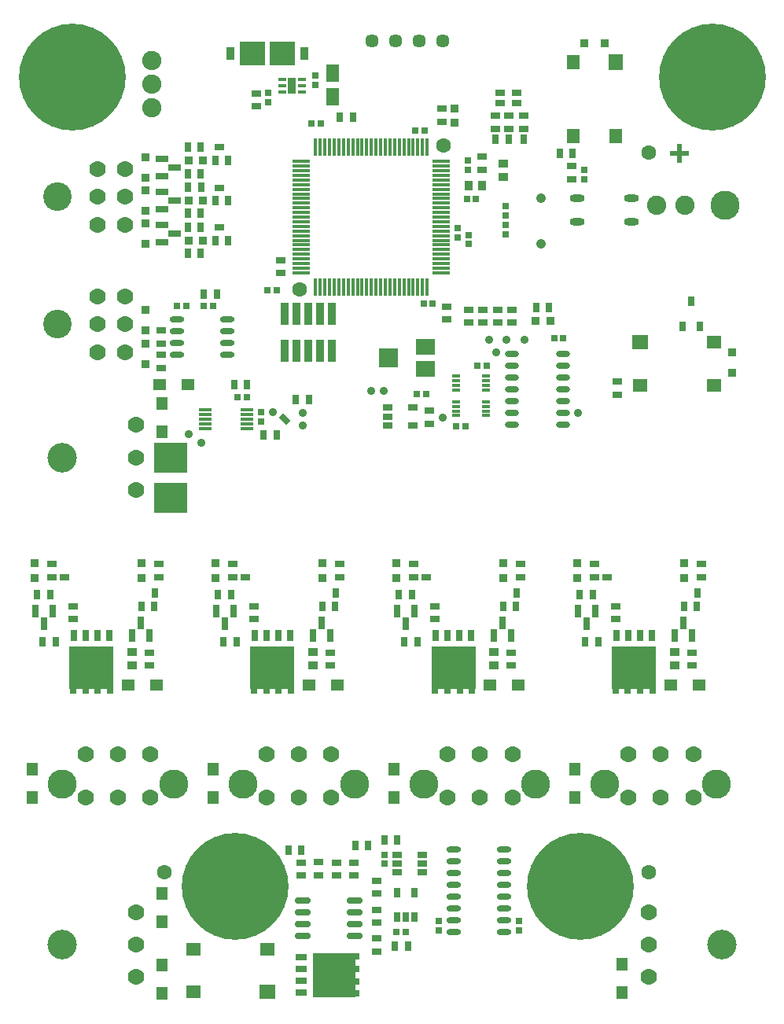
<source format=gts>
G04 Layer_Color=8388736*
%FSLAX25Y25*%
%MOIN*%
G70*
G01*
G75*
%ADD84R,0.07874X0.02362*%
%ADD85R,0.02362X0.07874*%
%ADD86R,0.04331X0.02756*%
%ADD87R,0.02756X0.04331*%
G04:AMPARAMS|DCode=88|XSize=43.31mil|YSize=27.56mil|CornerRadius=0mil|HoleSize=0mil|Usage=FLASHONLY|Rotation=315.000|XOffset=0mil|YOffset=0mil|HoleType=Round|Shape=Rectangle|*
%AMROTATEDRECTD88*
4,1,4,-0.02506,0.00557,-0.00557,0.02506,0.02506,-0.00557,0.00557,-0.02506,-0.02506,0.00557,0.0*
%
%ADD88ROTATEDRECTD88*%

%ADD89C,0.06299*%
%ADD90C,0.03450*%
%ADD91R,0.08174X0.06599*%
%ADD92R,0.08174X0.08174*%
%ADD93R,0.04434X0.02859*%
%ADD94R,0.03300X0.05300*%
%ADD95R,0.10812X0.10300*%
%ADD96R,0.03843X0.03056*%
%ADD97R,0.03056X0.03843*%
%ADD98R,0.04434X0.02662*%
%ADD99O,0.03450X0.01481*%
%ADD100O,0.06009X0.02662*%
%ADD101R,0.06402X0.05812*%
%ADD102R,0.06890X0.06299*%
%ADD103R,0.02662X0.02662*%
%ADD104O,0.06796X0.02859*%
%ADD105O,0.05615X0.01481*%
%ADD106O,0.07387X0.01481*%
%ADD107O,0.01481X0.07387*%
%ADD108R,0.03804X0.06599*%
%ADD109R,0.03450X0.01481*%
%ADD110O,0.06205X0.02662*%
%ADD111R,0.05812X0.06402*%
%ADD112R,0.06299X0.06890*%
%ADD113R,0.13883X0.12702*%
%ADD114R,0.02859X0.05221*%
%ADD115R,0.05221X0.02859*%
%ADD116R,0.03292X0.09749*%
%ADD117R,0.04316X0.03331*%
%ADD118R,0.03331X0.04316*%
%ADD119R,0.05024X0.05221*%
%ADD120R,0.05221X0.05024*%
%ADD121R,0.02662X0.02662*%
%ADD122R,0.05221X0.07583*%
%ADD123R,0.02662X0.04434*%
%ADD124R,0.04237X0.02662*%
%ADD125O,0.06402X0.03056*%
%ADD126R,0.02662X0.04040*%
%ADD127R,0.02859X0.05024*%
%ADD128R,0.03068X0.02269*%
%ADD129R,0.05024X0.02859*%
%ADD130R,0.02269X0.03068*%
%ADD131R,0.03450X0.03450*%
%ADD132R,0.03450X0.03450*%
%ADD133R,0.18804X0.18016*%
%ADD134R,0.18016X0.18804*%
%ADD135C,0.12300*%
%ADD136C,0.06993*%
%ADD137C,0.08174*%
%ADD138C,0.12505*%
%ADD139C,0.12111*%
%ADD140C,0.05700*%
%ADD141C,0.04237*%
%ADD142C,0.45276*%
D84*
X515256Y447146D02*
D03*
D85*
D03*
D86*
X320374Y449606D02*
D03*
Y432579D02*
D03*
Y415748D02*
D03*
X484719Y267323D02*
D03*
X408045D02*
D03*
X331372D02*
D03*
X254699D02*
D03*
D87*
X437205Y452952D02*
D03*
X442913D02*
D03*
X449213D02*
D03*
X522933Y260605D02*
D03*
X446260D02*
D03*
X369587D02*
D03*
X292913D02*
D03*
D88*
X348140Y334547D02*
D03*
D89*
X502268Y142520D02*
D03*
X297047D02*
D03*
X502268Y447342D02*
D03*
X354232Y389567D02*
D03*
X415256Y450591D02*
D03*
D90*
X434646Y368110D02*
D03*
X414963Y334941D02*
D03*
X442028Y368111D02*
D03*
X472442Y337008D02*
D03*
X437794Y362697D02*
D03*
X449803Y368111D02*
D03*
X355709Y337107D02*
D03*
Y331791D02*
D03*
X342976Y337500D02*
D03*
X390059Y346259D02*
D03*
X384743Y346259D02*
D03*
X307282Y328151D02*
D03*
X312598Y324551D02*
D03*
D91*
X407678Y355906D02*
D03*
Y365158D02*
D03*
D92*
X391929Y360532D02*
D03*
D93*
X439450Y472836D02*
D03*
Y468308D02*
D03*
X446340Y472836D02*
D03*
Y468308D02*
D03*
D94*
X356297Y489568D02*
D03*
X325001Y489567D02*
D03*
D95*
X347047Y489568D02*
D03*
X334251Y489567D02*
D03*
D96*
X409450Y337990D02*
D03*
Y332478D02*
D03*
X469784Y441729D02*
D03*
Y436218D02*
D03*
X488878Y350394D02*
D03*
Y344882D02*
D03*
X290616Y230020D02*
D03*
Y235531D02*
D03*
X367289Y230020D02*
D03*
Y235531D02*
D03*
X443963Y230020D02*
D03*
Y235531D02*
D03*
X520636Y230020D02*
D03*
Y235531D02*
D03*
X258169Y249726D02*
D03*
Y255238D02*
D03*
X334843Y249726D02*
D03*
Y255238D02*
D03*
X411516Y249726D02*
D03*
Y255238D02*
D03*
X488189Y249726D02*
D03*
Y255238D02*
D03*
X294488Y267520D02*
D03*
Y273031D02*
D03*
X371162Y267520D02*
D03*
Y273031D02*
D03*
X447835Y267520D02*
D03*
Y273031D02*
D03*
X524508Y267520D02*
D03*
Y273031D02*
D03*
X249311Y273031D02*
D03*
Y267520D02*
D03*
X325984Y273031D02*
D03*
Y267520D02*
D03*
X402658Y273031D02*
D03*
Y267520D02*
D03*
X479331Y273031D02*
D03*
Y267520D02*
D03*
X449214Y463091D02*
D03*
Y457579D02*
D03*
X442913Y463091D02*
D03*
Y457579D02*
D03*
X437204Y463091D02*
D03*
Y457579D02*
D03*
X414566Y460532D02*
D03*
Y466043D02*
D03*
X387049Y114370D02*
D03*
Y108858D02*
D03*
X387049Y121064D02*
D03*
Y126576D02*
D03*
X369884Y146555D02*
D03*
Y141043D02*
D03*
X377365Y146457D02*
D03*
Y140945D02*
D03*
X354921Y146573D02*
D03*
Y141061D02*
D03*
X295553Y356098D02*
D03*
Y361610D02*
D03*
Y366532D02*
D03*
Y372044D02*
D03*
X431501Y445766D02*
D03*
Y440254D02*
D03*
X346361Y396260D02*
D03*
Y401772D02*
D03*
X416580Y376670D02*
D03*
Y382182D02*
D03*
X335884Y467027D02*
D03*
Y472538D02*
D03*
X387049Y133270D02*
D03*
Y138781D02*
D03*
X362403Y146653D02*
D03*
Y141142D02*
D03*
X444291Y380906D02*
D03*
Y375394D02*
D03*
X438189Y380906D02*
D03*
Y375394D02*
D03*
X432087Y380906D02*
D03*
Y375394D02*
D03*
X425984Y380906D02*
D03*
Y375394D02*
D03*
D97*
X460039Y381595D02*
D03*
X454528D02*
D03*
X245374Y240059D02*
D03*
X250886D02*
D03*
X322047D02*
D03*
X327559D02*
D03*
X398721D02*
D03*
X404232D02*
D03*
X475394D02*
D03*
X480906D02*
D03*
X287205Y255217D02*
D03*
X292717D02*
D03*
X363878D02*
D03*
X369390D02*
D03*
X440551D02*
D03*
X446063D02*
D03*
X517224D02*
D03*
X522736D02*
D03*
X243110Y260237D02*
D03*
X248622D02*
D03*
X319783D02*
D03*
X325295D02*
D03*
X396457D02*
D03*
X401969D02*
D03*
X473130D02*
D03*
X478642D02*
D03*
X344649Y327617D02*
D03*
X339137D02*
D03*
X306972Y404722D02*
D03*
X312483D02*
D03*
X306972Y415748D02*
D03*
X312483D02*
D03*
X306972Y421652D02*
D03*
X312483D02*
D03*
X306988Y432677D02*
D03*
X312500D02*
D03*
X355020Y151870D02*
D03*
X349508D02*
D03*
X306972Y438581D02*
D03*
X312483D02*
D03*
X306972Y449606D02*
D03*
X312483D02*
D03*
X470138Y447045D02*
D03*
X464626D02*
D03*
X326575Y348964D02*
D03*
X332087D02*
D03*
X376976Y462508D02*
D03*
X371465D02*
D03*
X319291Y387403D02*
D03*
X313779D02*
D03*
X400197Y110925D02*
D03*
X394685D02*
D03*
X377852Y153660D02*
D03*
X383364D02*
D03*
X395669Y156102D02*
D03*
X390158D02*
D03*
X324098Y444095D02*
D03*
X318587D02*
D03*
X324098Y427165D02*
D03*
X318587D02*
D03*
X324098Y410236D02*
D03*
X318587D02*
D03*
X352658Y342620D02*
D03*
X358169D02*
D03*
D98*
X402461Y339270D02*
D03*
Y331789D02*
D03*
X391634D02*
D03*
Y335529D02*
D03*
Y339270D02*
D03*
D99*
X420660Y341846D02*
D03*
Y339877D02*
D03*
Y337909D02*
D03*
Y335940D02*
D03*
X433258Y341846D02*
D03*
Y339877D02*
D03*
Y337909D02*
D03*
Y335940D02*
D03*
X433268Y346768D02*
D03*
Y348737D02*
D03*
Y350705D02*
D03*
Y352674D02*
D03*
X420669Y346768D02*
D03*
Y348737D02*
D03*
Y350705D02*
D03*
Y352674D02*
D03*
D100*
X444390Y362047D02*
D03*
Y357047D02*
D03*
Y352047D02*
D03*
Y347047D02*
D03*
Y342047D02*
D03*
Y337047D02*
D03*
Y332047D02*
D03*
X465846Y362047D02*
D03*
Y357047D02*
D03*
Y352047D02*
D03*
Y347047D02*
D03*
Y342047D02*
D03*
Y337047D02*
D03*
Y332047D02*
D03*
D101*
X498524Y348819D02*
D03*
X529823D02*
D03*
Y366929D02*
D03*
X340748Y109744D02*
D03*
X309449D02*
D03*
Y91634D02*
D03*
D102*
X498524Y366929D02*
D03*
X340748Y91634D02*
D03*
D103*
X403929Y344979D02*
D03*
X407866D02*
D03*
X420768Y331412D02*
D03*
X424705D02*
D03*
X433563Y357202D02*
D03*
X429626D02*
D03*
X466142Y368840D02*
D03*
X462205D02*
D03*
X332087Y343845D02*
D03*
X328150D02*
D03*
X410772Y383265D02*
D03*
X406835D02*
D03*
X344488Y389021D02*
D03*
X340551D02*
D03*
X359350Y459646D02*
D03*
X363287D02*
D03*
X403291Y456889D02*
D03*
X407228D02*
D03*
X429134Y427752D02*
D03*
X425197D02*
D03*
X313622Y382284D02*
D03*
X317559D02*
D03*
X302362D02*
D03*
X306299D02*
D03*
X395276Y116930D02*
D03*
X399213D02*
D03*
D104*
X355552Y130552D02*
D03*
Y125552D02*
D03*
Y120552D02*
D03*
Y115552D02*
D03*
X377796Y130552D02*
D03*
Y125552D02*
D03*
Y120552D02*
D03*
Y115552D02*
D03*
D105*
X331852Y330458D02*
D03*
Y332426D02*
D03*
Y334395D02*
D03*
Y336363D02*
D03*
Y338332D02*
D03*
X314333Y330458D02*
D03*
Y332426D02*
D03*
Y334395D02*
D03*
Y336363D02*
D03*
Y338332D02*
D03*
D106*
X414468Y396455D02*
D03*
Y398423D02*
D03*
Y400392D02*
D03*
Y402360D02*
D03*
Y404329D02*
D03*
Y406297D02*
D03*
Y408266D02*
D03*
Y410234D02*
D03*
Y412203D02*
D03*
Y414171D02*
D03*
Y416140D02*
D03*
Y418108D02*
D03*
Y420077D02*
D03*
Y422045D02*
D03*
Y424014D02*
D03*
Y425982D02*
D03*
Y427951D02*
D03*
Y429919D02*
D03*
Y431888D02*
D03*
Y433856D02*
D03*
Y435825D02*
D03*
Y437793D02*
D03*
Y439762D02*
D03*
Y441730D02*
D03*
Y443699D02*
D03*
X355020D02*
D03*
Y441730D02*
D03*
Y439762D02*
D03*
Y437793D02*
D03*
Y435825D02*
D03*
Y433856D02*
D03*
Y431888D02*
D03*
Y429919D02*
D03*
Y427951D02*
D03*
Y425982D02*
D03*
Y424014D02*
D03*
Y422045D02*
D03*
Y420077D02*
D03*
Y418108D02*
D03*
Y416140D02*
D03*
Y414171D02*
D03*
Y412203D02*
D03*
Y410234D02*
D03*
Y408266D02*
D03*
Y406297D02*
D03*
Y404329D02*
D03*
Y402360D02*
D03*
Y400392D02*
D03*
Y398423D02*
D03*
Y396455D02*
D03*
D107*
X408366Y449801D02*
D03*
X406398D02*
D03*
X404429D02*
D03*
X402461D02*
D03*
X400492D02*
D03*
X398524D02*
D03*
X396555D02*
D03*
X394587D02*
D03*
X392618D02*
D03*
X390650D02*
D03*
X388681D02*
D03*
X386713D02*
D03*
X384744D02*
D03*
X382776D02*
D03*
X380807D02*
D03*
X378839D02*
D03*
X376870D02*
D03*
X374902D02*
D03*
X372933D02*
D03*
X370965D02*
D03*
X368996D02*
D03*
X367028D02*
D03*
X365059D02*
D03*
X363090D02*
D03*
X361122D02*
D03*
Y390352D02*
D03*
X363090D02*
D03*
X365059D02*
D03*
X367028D02*
D03*
X368996D02*
D03*
X370965D02*
D03*
X372933D02*
D03*
X374902D02*
D03*
X376870D02*
D03*
X378839D02*
D03*
X380807D02*
D03*
X382776D02*
D03*
X384744D02*
D03*
X386713D02*
D03*
X388681D02*
D03*
X390650D02*
D03*
X392618D02*
D03*
X394587D02*
D03*
X396555D02*
D03*
X398524D02*
D03*
X400492D02*
D03*
X402461D02*
D03*
X404429D02*
D03*
X406398D02*
D03*
X408366D02*
D03*
D108*
X351063Y475787D02*
D03*
D109*
X346949Y478346D02*
D03*
Y475787D02*
D03*
Y473228D02*
D03*
X355177Y478346D02*
D03*
Y475787D02*
D03*
Y473228D02*
D03*
D110*
X302362Y376791D02*
D03*
Y371791D02*
D03*
Y366791D02*
D03*
Y361791D02*
D03*
X323622Y376791D02*
D03*
Y371791D02*
D03*
Y366791D02*
D03*
Y361791D02*
D03*
X440945Y117244D02*
D03*
Y122244D02*
D03*
Y127244D02*
D03*
Y132244D02*
D03*
Y137244D02*
D03*
Y142244D02*
D03*
Y147244D02*
D03*
Y152244D02*
D03*
X419685Y117244D02*
D03*
Y122244D02*
D03*
Y127244D02*
D03*
Y132244D02*
D03*
Y137244D02*
D03*
Y142244D02*
D03*
Y147244D02*
D03*
Y152244D02*
D03*
D111*
X470276Y485827D02*
D03*
Y454528D02*
D03*
X488386D02*
D03*
D112*
Y485827D02*
D03*
D113*
X299666Y318209D02*
D03*
Y301083D02*
D03*
D114*
X287008Y248030D02*
D03*
X290748Y242716D02*
D03*
X283268D02*
D03*
X363681Y248030D02*
D03*
X367421Y242716D02*
D03*
X359941D02*
D03*
X440354Y248030D02*
D03*
X444095Y242716D02*
D03*
X436614D02*
D03*
X517028Y248030D02*
D03*
X520768Y242716D02*
D03*
X513287D02*
D03*
X245965Y247736D02*
D03*
X242224Y253051D02*
D03*
X249705D02*
D03*
X322638Y247736D02*
D03*
X318898Y253051D02*
D03*
X326378D02*
D03*
X399311Y247736D02*
D03*
X395571Y253051D02*
D03*
X403051D02*
D03*
X475984Y247736D02*
D03*
X472244Y253051D02*
D03*
X479724D02*
D03*
D115*
X301262Y413091D02*
D03*
X295947Y409350D02*
D03*
Y416831D02*
D03*
X301262Y427068D02*
D03*
X295947Y423328D02*
D03*
Y430808D02*
D03*
X301262Y441045D02*
D03*
X295947Y437305D02*
D03*
Y444785D02*
D03*
D116*
X367933Y378937D02*
D03*
Y363583D02*
D03*
X362933Y378937D02*
D03*
Y363583D02*
D03*
X357933Y378937D02*
D03*
Y363583D02*
D03*
X352933Y378937D02*
D03*
Y363583D02*
D03*
X347933Y378937D02*
D03*
Y363583D02*
D03*
D117*
X283430Y235728D02*
D03*
Y230098D02*
D03*
X360103Y235728D02*
D03*
Y230098D02*
D03*
X436777Y235728D02*
D03*
Y230098D02*
D03*
X513450Y235728D02*
D03*
Y230098D02*
D03*
X440551Y437146D02*
D03*
Y442776D02*
D03*
D118*
X426024Y433462D02*
D03*
X431653D02*
D03*
D119*
X240944Y174213D02*
D03*
Y186221D02*
D03*
X317617Y174213D02*
D03*
Y186221D02*
D03*
X394290Y174213D02*
D03*
Y186221D02*
D03*
X470964Y174213D02*
D03*
Y186221D02*
D03*
X490945Y91339D02*
D03*
Y103347D02*
D03*
X296064Y133366D02*
D03*
Y121358D02*
D03*
X296063Y91043D02*
D03*
Y103051D02*
D03*
X296123Y341044D02*
D03*
Y329036D02*
D03*
D120*
X293603Y221674D02*
D03*
X281595D02*
D03*
X370340D02*
D03*
X358332D02*
D03*
X447013D02*
D03*
X435005D02*
D03*
X523686D02*
D03*
X511678D02*
D03*
X306851Y349018D02*
D03*
X294844D02*
D03*
D121*
X441777Y424802D02*
D03*
Y420865D02*
D03*
X441777Y412793D02*
D03*
Y416730D02*
D03*
X425496Y440118D02*
D03*
Y444055D02*
D03*
X421457Y415453D02*
D03*
Y411516D02*
D03*
X425990Y408642D02*
D03*
Y412579D02*
D03*
X341003Y472736D02*
D03*
Y468799D02*
D03*
X474904Y440059D02*
D03*
Y436122D02*
D03*
X338054Y337362D02*
D03*
Y333425D02*
D03*
X361123Y476083D02*
D03*
Y480020D02*
D03*
X447343Y117815D02*
D03*
Y121752D02*
D03*
X413286Y117913D02*
D03*
Y121850D02*
D03*
X390355Y149902D02*
D03*
Y145965D02*
D03*
D122*
X368211Y481004D02*
D03*
Y470965D02*
D03*
D123*
X395669Y133760D02*
D03*
X403150D02*
D03*
Y123327D02*
D03*
X399410D02*
D03*
X395669D02*
D03*
D124*
X395573Y149802D02*
D03*
Y146062D02*
D03*
Y142322D02*
D03*
X406400D02*
D03*
Y146062D02*
D03*
Y149802D02*
D03*
D125*
X472048Y428225D02*
D03*
Y418224D02*
D03*
X494883Y428225D02*
D03*
Y418224D02*
D03*
D126*
X520374Y384548D02*
D03*
X524114Y373722D02*
D03*
X516634D02*
D03*
D127*
X258642Y242836D02*
D03*
X263642D02*
D03*
X268642D02*
D03*
X273642D02*
D03*
X350315D02*
D03*
X345315D02*
D03*
X340315D02*
D03*
X335315D02*
D03*
X412051D02*
D03*
X417051D02*
D03*
X422051D02*
D03*
X427051D02*
D03*
X503563D02*
D03*
X498563D02*
D03*
X493563D02*
D03*
X488563D02*
D03*
D128*
X258272Y219214D02*
D03*
X263520D02*
D03*
X268764D02*
D03*
X274012D02*
D03*
X350685D02*
D03*
X345437D02*
D03*
X340193D02*
D03*
X334945D02*
D03*
X411681D02*
D03*
X416929D02*
D03*
X422173D02*
D03*
X427421D02*
D03*
X503933D02*
D03*
X498685D02*
D03*
X493441D02*
D03*
X488193D02*
D03*
D129*
X355118Y91319D02*
D03*
Y96319D02*
D03*
Y101319D02*
D03*
Y106319D02*
D03*
D130*
X378740Y90949D02*
D03*
Y96197D02*
D03*
Y101441D02*
D03*
Y106689D02*
D03*
D131*
X454331Y376083D02*
D03*
X460630D02*
D03*
X313468Y410235D02*
D03*
X307168D02*
D03*
Y427164D02*
D03*
X313468D02*
D03*
Y444095D02*
D03*
X307168D02*
D03*
X475000Y493643D02*
D03*
X483661D02*
D03*
D132*
X287204Y267126D02*
D03*
Y273425D02*
D03*
X363877D02*
D03*
Y267126D02*
D03*
X440550D02*
D03*
Y273425D02*
D03*
X517223D02*
D03*
Y267126D02*
D03*
X242016D02*
D03*
Y273425D02*
D03*
X318689D02*
D03*
Y267126D02*
D03*
X395362D02*
D03*
Y273425D02*
D03*
X472035D02*
D03*
Y267126D02*
D03*
X420079Y459941D02*
D03*
Y466240D02*
D03*
X537639Y353937D02*
D03*
Y362598D02*
D03*
X289017Y436715D02*
D03*
Y445376D02*
D03*
Y431399D02*
D03*
Y422737D02*
D03*
Y357874D02*
D03*
Y366535D02*
D03*
Y417421D02*
D03*
Y408760D02*
D03*
Y380709D02*
D03*
Y372047D02*
D03*
D133*
X266136Y229056D02*
D03*
X342815D02*
D03*
X419545D02*
D03*
X496057D02*
D03*
D134*
X368898Y98819D02*
D03*
D135*
X377658Y179823D02*
D03*
X330413D02*
D03*
X300984D02*
D03*
X253740D02*
D03*
X454331D02*
D03*
X407087D02*
D03*
X531004D02*
D03*
X483760D02*
D03*
X534547Y425197D02*
D03*
D136*
X367815Y174232D02*
D03*
X354035D02*
D03*
X340256D02*
D03*
X367815Y192342D02*
D03*
X354035D02*
D03*
X340256D02*
D03*
X291142Y174232D02*
D03*
X277362D02*
D03*
X263583D02*
D03*
X291142Y192342D02*
D03*
X277362D02*
D03*
X263583D02*
D03*
X444488Y174232D02*
D03*
X430709D02*
D03*
X416929D02*
D03*
X444488Y192342D02*
D03*
X430709D02*
D03*
X416929D02*
D03*
X521162Y174232D02*
D03*
X507382D02*
D03*
X493603D02*
D03*
X521162Y192342D02*
D03*
X507382D02*
D03*
X493603D02*
D03*
X502224Y125591D02*
D03*
Y111811D02*
D03*
Y98032D02*
D03*
X284882Y98031D02*
D03*
Y111811D02*
D03*
Y125591D02*
D03*
X268602Y374705D02*
D03*
Y362894D02*
D03*
Y386516D02*
D03*
X280413D02*
D03*
Y374705D02*
D03*
Y362894D02*
D03*
X284941Y304430D02*
D03*
Y318210D02*
D03*
Y331989D02*
D03*
X268642Y428642D02*
D03*
Y416831D02*
D03*
Y440453D02*
D03*
X280453D02*
D03*
Y428642D02*
D03*
Y416831D02*
D03*
D137*
X291634Y466476D02*
D03*
Y476476D02*
D03*
Y486476D02*
D03*
X505747Y425197D02*
D03*
X517547D02*
D03*
D138*
X533366Y111811D02*
D03*
X253740Y111811D02*
D03*
X253799Y318210D02*
D03*
D139*
X251594Y374705D02*
D03*
X251634Y428642D02*
D03*
D140*
X414980Y494783D02*
D03*
X404980D02*
D03*
X384980D02*
D03*
X394980D02*
D03*
D141*
X456693Y408799D02*
D03*
Y428012D02*
D03*
D142*
X257874Y479335D02*
D03*
X529232D02*
D03*
X327105Y136319D02*
D03*
X473327D02*
D03*
M02*

</source>
